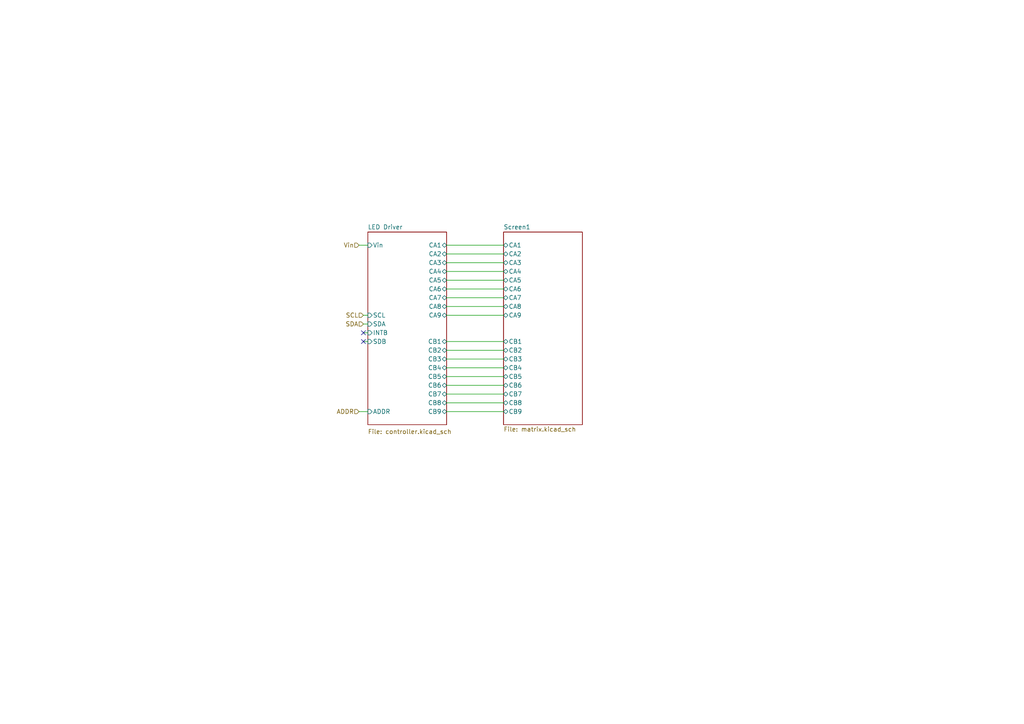
<source format=kicad_sch>
(kicad_sch (version 20211123) (generator eeschema)
  (paper "A4")
  (lib_symbols)
  (no_connect (at 105.41 96.52))
  (no_connect (at 105.41 99.06))
  (wire (pts (xy 129.54 111.76) (xy 146.05 111.76)))
  (wire (pts (xy 105.41 96.52) (xy 106.68 96.52)))
  (wire (pts (xy 129.54 71.12) (xy 146.05 71.12)))
  (wire (pts (xy 129.54 78.74) (xy 146.05 78.74)))
  (wire (pts (xy 129.54 109.22) (xy 146.05 109.22)))
  (wire (pts (xy 104.14 71.12) (xy 106.68 71.12)))
  (wire (pts (xy 105.41 93.98) (xy 106.68 93.98)))
  (wire (pts (xy 129.54 106.68) (xy 146.05 106.68)))
  (wire (pts (xy 129.54 83.82) (xy 146.05 83.82)))
  (wire (pts (xy 129.54 91.44) (xy 146.05 91.44)))
  (wire (pts (xy 129.54 73.66) (xy 146.05 73.66)))
  (wire (pts (xy 129.54 88.9) (xy 146.05 88.9)))
  (wire (pts (xy 129.54 104.14) (xy 146.05 104.14)))
  (wire (pts (xy 129.54 81.28) (xy 146.05 81.28)))
  (wire (pts (xy 104.14 119.38) (xy 106.68 119.38)))
  (wire (pts (xy 129.54 116.84) (xy 146.05 116.84)))
  (wire (pts (xy 105.41 91.44) (xy 106.68 91.44)))
  (wire (pts (xy 129.54 119.38) (xy 146.05 119.38)))
  (wire (pts (xy 129.54 99.06) (xy 146.05 99.06)))
  (wire (pts (xy 129.54 76.2) (xy 146.05 76.2)))
  (wire (pts (xy 129.54 101.6) (xy 146.05 101.6)))
  (wire (pts (xy 105.41 99.06) (xy 106.68 99.06)))
  (wire (pts (xy 129.54 86.36) (xy 146.05 86.36)))
  (wire (pts (xy 129.54 114.3) (xy 146.05 114.3)))
  (hierarchical_label "ADDR" (shape input) (at 104.14 119.38 180))
  (hierarchical_label "SDA" (shape input) (at 105.41 93.98 180))
  (hierarchical_label "SCL" (shape input) (at 105.41 91.44 180))
  (hierarchical_label "Vin" (shape input) (at 104.14 71.12 180))
  (sheet (at 106.68 67.31) (size 22.86 55.88) (stroke (width 0.1524))
    (property "Sheet name" "LED Driver" (at 106.68 66.5984 0) (effects (justify left bottom)))
    (property "Sheet file" "controller.kicad_sch" (at 106.68 124.46 0) (effects (justify left top)))
    (pin "SCL" input (at 106.68 91.44 180))
    (pin "SDA" input (at 106.68 93.98 180))
    (pin "SDB" input (at 106.68 99.06 180))
    (pin "ADDR" input (at 106.68 119.38 180))
    (pin "INTB" input (at 106.68 96.52 180))
    (pin "CA1" tri_state (at 129.54 71.12 0))
    (pin "CA2" tri_state (at 129.54 73.66 0))
    (pin "CA3" tri_state (at 129.54 76.2 0))
    (pin "CA4" tri_state (at 129.54 78.74 0))
    (pin "CA5" tri_state (at 129.54 81.28 0))
    (pin "CA6" tri_state (at 129.54 83.82 0))
    (pin "CB5" tri_state (at 129.54 109.22 0))
    (pin "CB6" tri_state (at 129.54 111.76 0))
    (pin "CA8" tri_state (at 129.54 88.9 0))
    (pin "CA9" tri_state (at 129.54 91.44 0))
    (pin "CB2" tri_state (at 129.54 101.6 0))
    (pin "CB1" tri_state (at 129.54 99.06 0))
    (pin "CB3" tri_state (at 129.54 104.14 0))
    (pin "CB4" tri_state (at 129.54 106.68 0))
    (pin "CB7" tri_state (at 129.54 114.3 0))
    (pin "CB8" tri_state (at 129.54 116.84 0))
    (pin "CB9" tri_state (at 129.54 119.38 0))
    (pin "CA7" tri_state (at 129.54 86.36 0))
    (pin "Vin" input (at 106.68 71.12 180))
  )
  (sheet (at 146.05 67.31) (size 22.86 55.88) (stroke (width 0.1524))
    (property "Sheet name" "Screen1" (at 146.05 66.5984 0) (effects (justify left bottom)))
    (property "Sheet file" "matrix.kicad_sch" (at 146.05 123.7746 0) (effects (justify left top)))
    (pin "CA3" tri_state (at 146.05 76.2 180))
    (pin "CA4" tri_state (at 146.05 78.74 180))
    (pin "CA1" tri_state (at 146.05 71.12 180))
    (pin "CA2" tri_state (at 146.05 73.66 180))
    (pin "CB8" tri_state (at 146.05 116.84 180))
    (pin "CB9" tri_state (at 146.05 119.38 180))
    (pin "CB7" tri_state (at 146.05 114.3 180))
    (pin "CB5" tri_state (at 146.05 109.22 180))
    (pin "CB6" tri_state (at 146.05 111.76 180))
    (pin "CA7" tri_state (at 146.05 86.36 180))
    (pin "CA5" tri_state (at 146.05 81.28 180))
    (pin "CA6" tri_state (at 146.05 83.82 180))
    (pin "CA8" tri_state (at 146.05 88.9 180))
    (pin "CA9" tri_state (at 146.05 91.44 180))
    (pin "CB3" tri_state (at 146.05 104.14 180))
    (pin "CB4" tri_state (at 146.05 106.68 180))
    (pin "CB1" tri_state (at 146.05 99.06 180))
    (pin "CB2" tri_state (at 146.05 101.6 180))
  )
)
</source>
